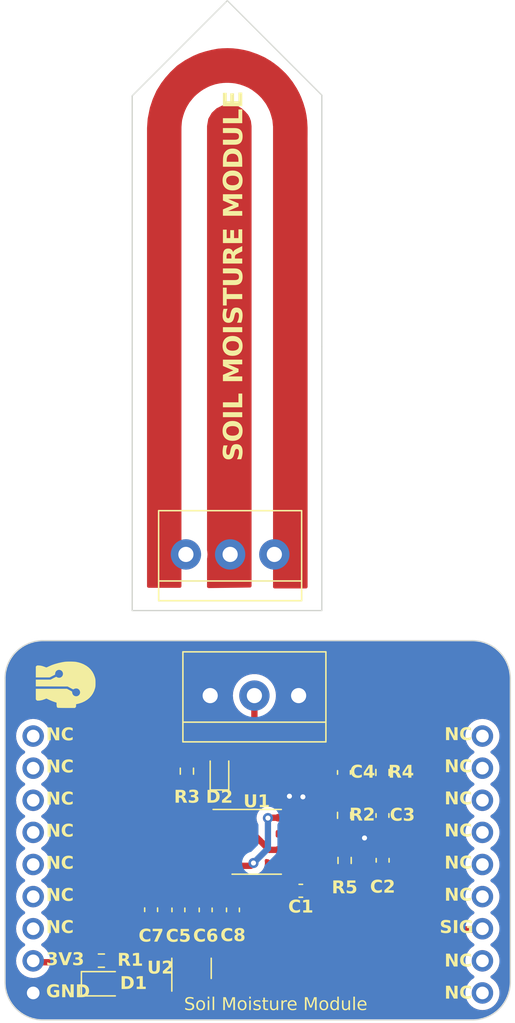
<source format=kicad_pcb>
(kicad_pcb (version 20240108) (generator "pcbnew") (generator_version "8.0")
  (layers (0 "F.Cu" signal) (31 "B.Cu" signal) (34 "B.Paste" user) (35 "F.Paste" user) (36 "B.SilkS" user "B.Silkscreen") (37 "F.SilkS" user "F.Silkscreen") (38 "B.Mask" user) (39 "F.Mask" user) (44 "Edge.Cuts" user))
  (net 0 "")
  (net 1 "Net-(U1-CV)")
  (net 2 "Net-(U1-THR)")
  (net 3 "VCC")
  (net 4 "SIG")
  (net 5 "+3V3")
  (net 6 "SENSOR+")
  (net 7 "Net-(D1-A)")
  (net 8 "Net-(U1-DIS)")
  (net 9 "Net-(U1-Q)")
  (net 25 "SENSOR-")
  (footprint "Resistor_SMD:R_0603_1608Metric" (layer "F.Cu") (at 100.8888 103.4796 -90)
    (property "Reference" "R4" (at 0 -1.4732 180) (layer "F.SilkS") (effects (font (thickness 0.15) (bold yes))))
    (property "Value" "1m" (hide yes))
    (fp_line (start -0.237258 0.5225) (end 0.237258 0.5225) (stroke (width 0.12)) (layer "F.SilkS"))
    (fp_line (start -0.237258 -0.5225) (end 0.237258 -0.5225) (stroke (width 0.12)) (layer "F.SilkS"))
    (pad "1" smd roundrect (at -0.825 0 270) (size 0.8 0.95) (layers "F.Cu" "F.Paste" "F.Mask") (net 25 "SENSOR-"))
    (pad "2" smd roundrect (at 0.825 0 270) (size 0.8 0.95) (layers "F.Cu" "F.Paste" "F.Mask") (net 4 "SIG"))
  )
  (footprint "Resistor_SMD:R_0603_1608Metric" (layer "F.Cu") (at 78.6384 118.364)
    (property "Reference" "R1" (at 2.286 -0.008874 180) (layer "F.SilkS") (effects (font (thickness 0.15) (bold yes))))
    (property "Value" "R" (hide yes))
    (fp_line (start -0.237258 -0.5225) (end 0.237258 -0.5225) (stroke (width 0.12)) (layer "F.SilkS"))
    (fp_line (start -0.237258 0.5225) (end 0.237258 0.5225) (stroke (width 0.12)) (layer "F.SilkS"))
    (pad "1" smd roundrect (at -0.825 0) (size 0.8 0.95) (layers "F.Cu" "F.Paste" "F.Mask") (net 5 "+3V3"))
    (pad "2" smd roundrect (at 0.825 0) (size 0.8 0.95) (layers "F.Cu" "F.Paste" "F.Mask") (net 7 "Net-(D1-A)"))
  )
  (footprint "Capacitor_SMD:C_0603_1608Metric" (layer "F.Cu") (at 89.0524 114.3508 90)
    (property "Reference" "C8" (at -2.053157 0.004162 180) (layer "F.SilkS") (effects (font (thickness 0.15) (bold yes))))
    (property "Value" "4.7uF" (hide yes))
    (fp_line (start -0.14058 -0.51) (end 0.14058 -0.51) (stroke (width 0.12)) (layer "F.SilkS"))
    (fp_line (start -0.14058 0.51) (end 0.14058 0.51) (stroke (width 0.12)) (layer "F.SilkS"))
    (pad "1" smd roundrect (at -0.775 0 90) (size 0.9 0.95) (layers "F.Cu" "F.Paste" "F.Mask") (net 3 "VCC"))
    (pad "2" smd roundrect (at 0.775 0 90) (size 0.9 0.95) (layers "F.Cu" "F.Paste" "F.Mask") (net 25 "SENSOR-"))
  )
  (footprint "TerminalBlock_4Ucon:TerminalBlock_4Ucon_1x03_P3.50mm_Horizontal" (layer "F.Cu") (at 87.25 97.4)
    (property "Reference" "J2" (hide yes))
    (property "Value" "Screw_Terminal_01x03" (hide yes))
    (fp_line (start -2.16 -3.46) (end -2.16 3.66) (stroke (width 0.12)) (layer "F.SilkS"))
    (fp_line (start -2.16 -3.46) (end 9.16 -3.46) (stroke (width 0.12)) (layer "F.SilkS"))
    (fp_line (start -2.16 2.1) (end 9.16 2.1) (stroke (width 0.12)) (layer "F.SilkS"))
    (fp_line (start -2.16 3.66) (end 9.16 3.66) (stroke (width 0.12)) (layer "F.SilkS"))
    (fp_line (start 9.16 -3.46) (end 9.16 3.66) (stroke (width 0.12)) (layer "F.SilkS"))
    (pad "1" thru_hole circle (at 0 0) (size 2.4 2.4) (drill 1.2) (layers "*.Cu" "*.Mask") (net 25 "SENSOR-"))
    (pad "2" thru_hole circle (at 3.5 0) (size 2.4 2.4) (drill 1.2) (layers "*.Cu" "*.Mask") (net 6 "SENSOR+"))
    (pad "3" thru_hole circle (at 7 0) (size 2.4 2.4) (drill 1.2) (layers "*.Cu" "*.Mask") (net 25 "SENSOR-"))
  )
  (footprint "Capacitor_SMD:C_0603_1608Metric" (layer "F.Cu") (at 86.8934 114.3508 90)
    (property "Reference" "C6" (at -2.09493 0.00262 180) (layer "F.SilkS") (effects (font (thickness 0.15) (bold yes))))
    (property "Value" "0.1uF" (hide yes))
    (fp_line (start -0.14058 -0.51) (end 0.14058 -0.51) (stroke (width 0.12)) (layer "F.SilkS"))
    (fp_line (start -0.14058 0.51) (end 0.14058 0.51) (stroke (width 0.12)) (layer "F.SilkS"))
    (pad "1" smd roundrect (at -0.775 0 90) (size 0.9 0.95) (layers "F.Cu" "F.Paste" "F.Mask") (net 3 "VCC"))
    (pad "2" smd roundrect (at 0.775 0 90) (size 0.9 0.95) (layers "F.Cu" "F.Paste" "F.Mask") (net 25 "SENSOR-"))
  )
  (footprint "Diode_SMD:D_0805_2012Metric" (layer "F.Cu") (at 78.74 120.1928)
    (property "Reference" "D1" (at 2.4384 0 180) (layer "F.SilkS") (effects (font (thickness 0.16) (bold yes))))
    (property "Value" "LED" (hide yes))
    (fp_line (start -1.685 -0.96) (end -1.685 0.96) (stroke (width 0.12)) (layer "F.SilkS"))
    (fp_line (start -1.685 0.96) (end 1 0.96) (stroke (width 0.12)) (layer "F.SilkS"))
    (fp_line (start 1 -0.96) (end -1.685 -0.96) (stroke (width 0.12)) (layer "F.SilkS"))
    (pad "1" smd roundrect (at -0.9375 0) (size 0.975 1.4) (layers "F.Cu" "F.Paste" "F.Mask") (net 25 "SENSOR-"))
    (pad "2" smd roundrect (at 0.9375 0) (size 0.975 1.4) (layers "F.Cu" "F.Paste" "F.Mask") (net 7 "Net-(D1-A)"))
  )
  (footprint "Capacitor_SMD:C_0603_1608Metric" (layer "F.Cu") (at 97.8408 103.4796 -90)
    (property "Reference" "C4" (at 0 -1.4732 180) (layer "F.SilkS") (effects (font (thickness 0.15) (bold yes))))
    (property "Value" "1uF" (hide yes))
    (fp_line (start -0.14058 0.51) (end 0.14058 0.51) (stroke (width 0.12)) (layer "F.SilkS"))
    (fp_line (start -0.14058 -0.51) (end 0.14058 -0.51) (stroke (width 0.12)) (layer "F.SilkS"))
    (pad "1" smd roundrect (at -0.775 0 270) (size 0.9 0.95) (layers "F.Cu" "F.Paste" "F.Mask") (net 25 "SENSOR-"))
    (pad "2" smd roundrect (at 0.775 0 270) (size 0.9 0.95) (layers "F.Cu" "F.Paste" "F.Mask") (net 4 "SIG"))
  )
  (footprint "Moduler_:pin_header" (layer "F.Cu") (at 90.766 111.268)
    (property "Reference" "U3" (hide yes))
    (property "Value" "~" (hide yes))
    (fp_poly (pts (xy -14.485582 -16.559009) (xy -14.360573 -16.554745) (xy -14.248636 -16.54798) (xy -14.157002 -16.538775) (xy -14.117924 -16.532703) (xy -13.929469 -16.491549) (xy -13.759531 -16.440533) (xy -13.595569 -16.375574) (xy -13.505604 -16.333511) (xy -13.302009 -16.218091) (xy -13.123321 -16.083397) (xy -12.969118 -15.928915) (xy -12.838978 -15.754131) (xy -12.73248 -15.558531) (xy -12.6492 -15.3416) (xy -12.625721 -15.261504) (xy -12.612959 -15.20932) (xy -12.603846 -15.156964) (xy -12.597806 -15.097579) (xy -12.594264 -15.024306) (xy -12.592645 -14.930288) (xy -12.59236 -14.863654) (xy -12.592671 -14.758539) (xy -12.594379 -14.67766) (xy -12.598173 -14.613669) (xy -12.604739 -14.559219) (xy -12.614766 -14.506962) (xy -12.628942 -14.449549) (xy -12.632287 -14.43698) (xy -12.705714 -14.221543) (xy -12.805363 -14.022972) (xy -12.930147 -13.842253) (xy -13.078978 -13.68037) (xy -13.250768 -13.538308) (xy -13.444431 -13.417053) (xy -13.658878 -13.317589) (xy -13.893022 -13.240901) (xy -13.975535 -13.220506) (xy -14.129547 -13.185381) (xy -14.129547 -13.083439) (xy -14.131087 -13.025365) (xy -14.138019 -12.987709) (xy -14.153807 -12.959356) (xy -14.17572 -12.935324) (xy -14.221893 -12.889151) (xy -14.898388 -12.889632) (xy -15.093554 -12.890179) (xy -15.257188 -12.891522) (xy -15.389336 -12.893662) (xy -15.490047 -12.896601) (xy -15.559371 -12.900339) (xy -15.597354 -12.904877) (xy -15.604006 -12.907041) (xy -15.639705 -12.944721) (xy -15.663541 -13.009816) (xy -15.675744 -13.103144) (xy -15.677582 -13.169023) (xy -15.677607 -13.307746) (xy -15.877323 -13.375342) (xy -15.973613 -13.410249) (xy -16.083694 -13.453796) (xy -16.193274 -13.500154) (xy -16.27912 -13.539209) (xy -16.481202 -13.63548) (xy -16.625058 -13.577237) (xy -16.814264 -13.51298) (xy -16.995657 -13.477073) (xy -17.112214 -13.468483) (xy -17.172568 -13.467793) (xy -17.210949 -13.471228) (xy -17.236949 -13.481681) (xy -17.260163 -13.502045) (xy -17.274123 -13.517292) (xy -17.320343 -13.568879) (xy -17.320343 -13.987224) (xy -17.320343 -14.405569) (xy -16.086926 -14.405569) (xy -14.85351 -14.405569) (xy -14.643801 -14.294889) (xy -14.56284 -14.251731) (xy -14.506066 -14.219928) (xy -14.469493 -14.196546) (xy -14.449134 -14.178651) (xy -14.441003 -14.163308) (xy -14.441111 -14.147581) (xy -14.441413 -14.14592) (xy -14.43976 -14.092795) (xy -14.421236 -14.027967) (xy -14.3904 -13.962942) (xy -14.35181 -13.909228) (xy -14.344762 -13.902005) (xy -14.296227 -13.865834) (xy -14.236644 -13.835404) (xy -14.214799 -13.827587) (xy -14.121045 -13.813694) (xy -14.033382 -13.827179) (xy -13.955509 -13.863953) (xy -13.891126 -13.919926) (xy -13.843932 -13.991011) (xy -13.817627 -14.073118) (xy -13.815911 -14.162158) (xy -13.838074 -14.243952) (xy -13.888707 -14.328311) (xy -13.95777 -14.389514) (xy -14.040589 -14.425955) (xy -14.132494 -14.436027) (xy -14.228811 -14.418125) (xy -14.281052 -14.396241) (xy -14.36193 -14.355321) (xy -14.581404 -14.471272) (xy -14.800878 -14.587224) (xy -16.06061 -14.591538) (xy -17.320343 -14.595853) (xy -17.320343 -14.86402) (xy -17.320343 -15.132186) (xy -16.736108 -15.132186) (xy -16.151873 -15.132186) (xy -15.92364 -15.25081) (xy -15.825628 -15.300328) (xy -15.752835 -15.333929) (xy -15.705794 -15.351385) (xy -15.685044 -15.352471) (xy -15.684533 -15.351839) (xy -15.664369 -15.334981) (xy -15.626413 -15.313259) (xy -15.608475 -15.304645) (xy -15.517344 -15.278515) (xy -15.42868 -15.280387) (xy -15.34665 -15.306716) (xy -15.27542 -15.353956) (xy -15.219157 -15.418565) (xy -15.182028 -15.496995) (xy -15.1682 -15.585704) (xy -15.178799 -15.670169) (xy -15.216089 -15.756834) (xy -15.2752 -15.826154) (xy -15.350432 -15.875231) (xy -15.436087 -15.901168) (xy -15.526465 -15.901066) (xy -15.594919 -15.881743) (xy -15.679764 -15.831605) (xy -15.7402 -15.761879) (xy -15.776844 -15.671686) (xy -15.787538 -15.6087) (xy -15.796027 -15.524455) (xy -16.008245 -15.415199) (xy -16.220463 -15.305942) (xy -16.770403 -15.305942) (xy -17.320343 -15.305942) (xy -17.320343 -15.73365) (xy -17.320343 -16.161358) (xy -17.27417 -16.207531) (xy -17.247441 -16.231634) (xy -17.221044 -16.24546) (xy -17.185152 -16.251797) (xy -17.129936 -16.253429) (xy -17.112261 -16.253429) (xy -16.965134 -16.242789) (xy -16.813828 -16.210492) (xy -16.650907 -16.15493) (xy -16.643254 -16.151886) (xy -16.580147 -16.127507) (xy -16.526736 -16.108472) (xy -16.490695 -16.097439) (xy -16.481152 -16.095743) (xy -16.459332 -16.102404) (xy -16.415439 -16.120594) (xy -16.35561 -16.147624) (xy -16.285983 -16.180807) (xy -16.277762 -16.184828) (xy -16.053998 -16.282606) (xy -15.80365 -16.369931) (xy -15.530295 -16.445763) (xy -15.237504 -16.509065) (xy -15.053614 -16.540657) (xy -14.971712 -16.549822) (xy -14.866727 -16.556178) (xy -14.74589 -16.559787) (xy -14.616431 -16.56071)) (fill solid) (layer "F.SilkS"))
    (fp_line (start -19.7562 -15.2144) (end -19.7562 8.7856) (stroke (width 0.1)) (layer "Edge.Cuts"))
    (fp_line (start -16.7562 11.7856) (end 17.2438 11.7856) (stroke (width 0.1)) (layer "Edge.Cuts"))
    (fp_line (start 17.2438 -18.2144) (end -16.7562 -18.2144) (stroke (width 0.1)) (layer "Edge.Cuts"))
    (fp_line (start 20.2438 8.7856) (end 20.2438 -15.2144) (stroke (width 0.1)) (layer "Edge.Cuts"))
    (fp_arc (start -19.7562 -15.2144) (mid -18.87752 -17.33572) (end -16.7562 -18.2144) (stroke (width 0.1)) (layer "Edge.Cuts"))
    (fp_arc (start -16.7562 11.7856) (mid -18.87752 10.90692) (end -19.7562 8.7856) (stroke (width 0.1)) (layer "Edge.Cuts"))
    (fp_arc (start 17.2438 -18.2144) (mid 19.36512 -17.33572) (end 20.2438 -15.2144) (stroke (width 0.1)) (layer "Edge.Cuts"))
    (fp_arc (start 20.2438 8.7856) (mid 19.36512 10.90692) (end 17.2438 11.7856) (stroke (width 0.1)) (layer "Edge.Cuts"))
    (fp_text user "NC" (at 15.025 -7.636 0) (layer "F.SilkS") (effects (font (thickness 0.2) (bold yes)) (justify left bottom)))
    (fp_text user "3V3" (at -16.51 7.62 0) (layer "F.SilkS") (effects (font (thickness 0.2) (bold yes)) (justify left bottom)))
    (fp_text user "NC" (at 15.025 -0.016 0) (layer "F.SilkS") (effects (font (thickness 0.2) (bold yes)) (justify left bottom)))
    (fp_text user "NC" (at 15.025 10.271 0) (layer "F.SilkS") (effects (font (thickness 0.2) (bold yes)) (justify left bottom)))
    (fp_text user "SIG" (at 14.644 5.08 0) (layer "F.SilkS") (effects (font (thickness 0.2) (bold yes)) (justify left bottom)))
    (fp_text user "NC" (at 15.025 -2.556 0) (layer "F.SilkS") (effects (font (thickness 0.2) (bold yes)) (justify left bottom)))
    (fp_text user "NC" (at -16.51 2.54 0) (layer "F.SilkS") (effects (font (thickness 0.2) (bold yes)) (justify left bottom)))
    (fp_text user "NC" (at 15.025 7.731 0) (layer "F.SilkS") (effects (font (thickness 0.2) (bold yes)) (justify left bottom)))
    (fp_text user "NC" (at -16.51 -7.62 0) (layer "F.SilkS") (effects (font (thickness 0.2) (bold yes)) (justify left bottom)))
    (fp_text user "NC" (at -16.51 -5.08 0) (layer "F.SilkS") (effects (font (thickness 0.2) (bold yes)) (justify left bottom)))
    (fp_text user "NC" (at -16.51 0 0) (layer "F.SilkS") (effects (font (thickness 0.2) (bold yes)) (justify left bottom)))
    (fp_text user "NC" (at 15.025 -5.096 0) (layer "F.SilkS") (effects (font (thickness 0.2) (bold yes)) (justify left bottom)))
    (fp_text user "Soil Moisture Module" (at -5.588 11.176 0) (layer "F.SilkS") (effects (font (thickness 0.1)) (justify left bottom)))
    (fp_text user "NC" (at -16.51 -2.54 0) (layer "F.SilkS") (effects (font (thickness 0.2) (bold yes)) (justify left bottom)))
    (fp_text user "NC" (at 15.025 -10.176 0) (layer "F.SilkS") (effects (font (thickness 0.2) (bold yes)) (justify left bottom)))
    (fp_text user "NC" (at 15.025 2.524 0) (layer "F.SilkS") (effects (font (thickness 0.2) (bold yes)) (justify left bottom)))
    (fp_text user "GND" (at -16.51 10.16 0) (layer "F.SilkS") (effects (font (thickness 0.2) (bold yes)) (justify left bottom)))
    (fp_text user "NC" (at -16.51 -10.16 0) (layer "F.SilkS") (effects (font (thickness 0.2) (bold yes)) (justify left bottom)))
    (fp_text user "NC" (at -16.51 5.08 0) (layer "F.SilkS") (effects (font (thickness 0.2) (bold yes)) (justify left bottom)))
    (pad "1" thru_hole oval (at -17.526 -10.668) (size 1.7 1.7) (drill 1) (layers "*.Cu" "*.Mask"))
    (pad "2" thru_hole oval (at -17.526 -8.128) (size 1.7 1.7) (drill 1) (layers "*.Cu" "*.Mask"))
    (pad "3" thru_hole oval (at -17.526 -5.588) (size 1.7 1.7) (drill 1) (layers "*.Cu" "*.Mask"))
    (pad "4" thru_hole oval (at -17.526 -3.048) (size 1.7 1.7) (drill 1) (layers "*.Cu" "*.Mask"))
    (pad "5" thru_hole oval (at -17.526 -0.508) (size 1.7 1.7) (drill 1) (layers "*.Cu" "*.Mask"))
    (pad "6" thru_hole oval (at -17.526 2.032) (size 1.7 1.7) (drill 1) (layers "*.Cu" "*.Mask"))
    (pad "7" thru_hole oval (at -17.526 4.572) (size 1.7 1.7) (drill 1) (layers "*.Cu" "*.Mask"))
    (pad "8" thru_hole oval (at -17.526 7.112) (size 1.7 1.7) (drill 1) (layers "*.Cu" "*.Mask") (net 5 "+3V3"))
    (pad "9" thru_hole oval (at -17.526 9.652) (size 1.7 1.7) (drill 1) (layers "*.Cu" "*.Mask") (net 25 "SENSOR-"))
    (pad "10" thru_hole oval (at 18.034 9.652) (size 1.7 1.7) (drill 1) (layers "*.Cu" "*.Mask"))
    (pad "11" thru_hole oval (at 18.034 7.112) (size 1.7 1.7) (drill 1) (layers "*.Cu" "*.Mask"))
    (pad "12" thru_hole oval (at 18.034 4.572) (size 1.7 1.7) (drill 1) (layers "*.Cu" "*.Mask") (net 4 "SIG"))
    (pad "13" thru_hole oval (at 18.034 2.032) (size 1.7 1.7) (drill 1) (layers "*.Cu" "*.Mask"))
    (pad "14" thru_hole oval (at 18.034 -0.508) (size 1.7 1.7) (drill 1) (layers "*.Cu" "*.Mask"))
    (pad "15" thru_hole oval (at 18.034 -3.048) (size 1.7 1.7) (drill 1) (layers "*.Cu" "*.Mask"))
    (pad "16" thru_hole oval (at 18.034 -5.588) (size 1.7 1.7) (drill 1) (layers "*.Cu" "*.Mask"))
    (pad "17" thru_hole oval (at 18.034 -8.128) (size 1.7 1.7) (drill 1) (layers "*.Cu" "*.Mask"))
    (pad "18" thru_hole oval (at 18.034 -10.668) (size 1.7 1.7) (drill 1) (layers "*.Cu" "*.Mask"))
  )
  (footprint "Capacitor_SMD:C_0603_1608Metric" (layer "F.Cu") (at 82.5754 114.3378 90)
    (property "Reference" "C7" (at -2.10793 0.00262 180) (layer "F.SilkS") (effects (font (thickness 0.15) (bold yes))))
    (property "Value" "4.7uF" (hide yes))
    (fp_line (start -0.14058 -0.51) (end 0.14058 -0.51) (stroke (width 0.12)) (layer "F.SilkS"))
    (fp_line (start -0.14058 0.51) (end 0.14058 0.51) (stroke (width 0.12)) (layer "F.SilkS"))
    (pad "1" smd roundrect (at -0.775 0 90) (size 0.9 0.95) (layers "F.Cu" "F.Paste" "F.Mask") (net 5 "+3V3"))
    (pad "2" smd roundrect (at 0.775 0 90) (size 0.9 0.95) (layers "F.Cu" "F.Paste" "F.Mask") (net 25 "SENSOR-"))
  )
  (footprint "Capacitor_SMD:C_0603_1608Metric" (layer "F.Cu") (at 94.4245 112.8395 180)
    (property "Reference" "C1" (at 0 -1.3081 0) (layer "F.SilkS") (effects (font (thickness 0.15) (bold yes))))
    (property "Value" "0.1uF" (hide yes))
    (fp_line (start -0.14058 0.51) (end 0.14058 0.51) (stroke (width 0.12)) (layer "F.SilkS"))
    (fp_line (start -0.14058 -0.51) (end 0.14058 -0.51) (stroke (width 0.12)) (layer "F.SilkS"))
    (pad "1" smd roundrect (at -0.775 0 180) (size 0.9 0.95) (layers "F.Cu" "F.Paste" "F.Mask") (net 1 "Net-(U1-CV)"))
    (pad "2" smd roundrect (at 0.775 0 180) (size 0.9 0.95) (layers "F.Cu" "F.Paste" "F.Mask") (net 25 "SENSOR-"))
  )
  (footprint "Resistor_SMD:R_0603_1608Metric" (layer "F.Cu") (at 97.8916 110.4392 -90)
    (property "Reference" "R5" (at 2.1844 0 180) (layer "F.SilkS") (effects (font (thickness 0.15) (bold yes))))
    (property "Value" "1.6k" (hide yes))
    (fp_line (start -0.237258 0.5225) (end 0.237258 0.5225) (stroke (width 0.12)) (layer "F.SilkS"))
    (fp_line (start -0.237258 -0.5225) (end 0.237258 -0.5225) (stroke (width 0.12)) (layer "F.SilkS"))
    (pad "1" smd roundrect (at -0.825 0 270) (size 0.8 0.95) (layers "F.Cu" "F.Paste" "F.Mask") (net 8 "Net-(U1-DIS)"))
    (pad "2" smd roundrect (at 0.825 0 270) (size 0.8 0.95) (layers "F.Cu" "F.Paste" "F.Mask") (net 2 "Net-(U1-THR)"))
  )
  (footprint "Capacitor_SMD:C_0603_1608Metric" (layer "F.Cu") (at 100.9015 110.4265 90)
    (property "Reference" "C2" (at -2.1463 0.001836 180) (layer "F.SilkS") (effects (font (thickness 0.15) (bold yes))))
    (property "Value" "470pF" (hide yes))
    (fp_line (start -0.14058 -0.51) (end 0.14058 -0.51) (stroke (width 0.12)) (layer "F.SilkS"))
    (fp_line (start -0.14058 0.51) (end 0.14058 0.51) (stroke (width 0.12)) (layer "F.SilkS"))
    (pad "1" smd roundrect (at -0.775 0 90) (size 0.9 0.95) (layers "F.Cu" "F.Paste" "F.Mask") (net 2 "Net-(U1-THR)"))
    (pad "2" smd roundrect (at 0.775 0 90) (size 0.9 0.95) (layers "F.Cu" "F.Paste" "F.Mask") (net 25 "SENSOR-"))
  )
  (footprint "Resistor_SMD:R_0603_1608Metric" (layer "F.Cu") (at 85.4075 103.378 -90)
    (property "Reference" "R3" (at 2.078577 -0.001958 180) (layer "F.SilkS") (effects (font (thickness 0.15) (bold yes))))
    (property "Value" "10k" (hide yes))
    (fp_line (start -0.237258 0.5225) (end 0.237258 0.5225) (stroke (width 0.12)) (layer "F.SilkS"))
    (fp_line (start -0.237258 -0.5225) (end 0.237258 -0.5225) (stroke (width 0.12)) (layer "F.SilkS"))
    (pad "1" smd roundrect (at -0.825 0 270) (size 0.8 0.95) (layers "F.Cu" "F.Paste" "F.Mask") (net 6 "SENSOR+"))
    (pad "2" smd roundrect (at 0.825 0 270) (size 0.8 0.95) (layers "F.Cu" "F.Paste" "F.Mask") (net 9 "Net-(U1-Q)"))
  )
  (footprint "LED_SMD:LED_0603_1608Metric" (layer "F.Cu") (at 87.9856 103.378 90)
    (property "Reference" "D2" (at -2.0828 -0.005183 180) (layer "F.SilkS") (effects (font (thickness 0.15) (bold yes))))
    (property "Value" "1N4148" (hide yes))
    (fp_line (start 0.8 -0.735) (end -1.485 -0.735) (stroke (width 0.12)) (layer "F.SilkS"))
    (fp_line (start -1.485 -0.735) (end -1.485 0.735) (stroke (width 0.12)) (layer "F.SilkS"))
    (fp_line (start -1.485 0.735) (end 0.8 0.735) (stroke (width 0.12)) (layer "F.SilkS"))
    (pad "1" smd roundrect (at -0.7875 0 90) (size 0.875 0.95) (layers "F.Cu" "F.Paste" "F.Mask") (net 4 "SIG"))
    (pad "2" smd roundrect (at 0.7875 0 90) (size 0.875 0.95) (layers "F.Cu" "F.Paste" "F.Mask") (net 6 "SENSOR+"))
  )
  (footprint "Package_SO:SOIC-8_3.9x4.9mm_P1.27mm" (layer "F.Cu") (at 90.932 108.966)
    (property "Reference" "U1" (at 0 -3.1496 0) (layer "F.SilkS") (effects (font (thickness 0.15) (bold yes))))
    (property "Value" "TLC555xD" (hide yes))
    (fp_line (start 0 -2.56) (end -3.45 -2.56) (stroke (width 0.12)) (layer "F.SilkS"))
    (fp_line (start 0 -2.56) (end 1.95 -2.56) (stroke (width 0.12)) (layer "F.SilkS"))
    (fp_line (start 0 2.56) (end -1.95 2.56) (stroke (width 0.12)) (layer "F.SilkS"))
    (fp_line (start 0 2.56) (end 1.95 2.56) (stroke (width 0.12)) (layer "F.SilkS"))
    (pad "1" smd roundrect (at -2.475 -1.905) (size 1.95 0.6) (layers "F.Cu" "F.Paste" "F.Mask") (net 25 "SENSOR-"))
    (pad "2" smd roundrect (at -2.475 -0.635) (size 1.95 0.6) (layers "F.Cu" "F.Paste" "F.Mask") (net 2 "Net-(U1-THR)"))
    (pad "3" smd roundrect (at -2.475 0.635) (size 1.95 0.6) (layers "F.Cu" "F.Paste" "F.Mask") (net 9 "Net-(U1-Q)"))
    (pad "4" smd roundrect (at -2.475 1.905) (size 1.95 0.6) (layers "F.Cu" "F.Paste" "F.Mask") (net 3 "VCC"))
    (pad "5" smd roundrect (at 2.475 1.905) (size 1.95 0.6) (layers "F.Cu" "F.Paste" "F.Mask") (net 1 "Net-(U1-CV)"))
    (pad "6" smd roundrect (at 2.475 0.635) (size 1.95 0.6) (layers "F.Cu" "F.Paste" "F.Mask") (net 2 "Net-(U1-THR)"))
    (pad "7" smd roundrect (at 2.475 -0.635) (size 1.95 0.6) (layers "F.Cu" "F.Paste" "F.Mask") (net 8 "Net-(U1-DIS)"))
    (pad "8" smd roundrect (at 2.475 -1.905) (size 1.95 0.6) (layers "F.Cu" "F.Paste" "F.Mask") (net 3 "VCC"))
  )
  (footprint "Package_TO_SOT_SMD:SOT-23-3" (layer "F.Cu") (at 85.77318 118.9736 90)
    (property "Reference" "U2" (at 0 -2.46118 180) (layer "F.SilkS") (effects (font (thickness 0.15) (bold yes))))
    (property "Value" "XC6206P302" (hide yes))
    (fp_line (start 0 -1.56) (end 0.8 -1.56) (stroke (width 0.12)) (layer "F.SilkS"))
    (fp_line (start 0 -1.56) (end -1.8 -1.56) (stroke (width 0.12)) (layer "F.SilkS"))
    (fp_line (start 0 1.56) (end 0.8 1.56) (stroke (width 0.12)) (layer "F.SilkS"))
    (fp_line (start 0 1.56) (end -0.8 1.56) (stroke (width 0.12)) (layer "F.SilkS"))
    (pad "1" smd roundrect (at -1.1375 -0.95 90) (size 1.325 0.6) (layers "F.Cu" "F.Paste" "F.Mask") (net 25 "SENSOR-"))
    (pad "2" smd roundrect (at -1.1375 0.95 90) (size 1.325 0.6) (layers "F.Cu" "F.Paste" "F.Mask") (net 3 "VCC"))
    (pad "3" smd roundrect (at 1.1375 0 90) (size 1.325 0.6) (layers "F.Cu" "F.Paste" "F.Mask") (net 5 "+3V3"))
  )
  (footprint "TerminalBlock_4Ucon:TerminalBlock_4Ucon_1x03_P3.50mm_Horizontal" (layer "F.Cu") (at 85.329 86.233)
    (property "Reference" "J3" (hide yes))
    (property "Value" "Screw_Terminal_01x03" (hide yes))
    (fp_line (start -2.16 -3.46) (end -2.16 3.66) (stroke (width 0.12)) (layer "F.SilkS"))
    (fp_line (start -2.16 -3.46) (end 9.16 -3.46) (stroke (width 0.12)) (layer "F.SilkS"))
    (fp_line (start -2.16 2.1) (end 9.16 2.1) (stroke (width 0.12)) (layer "F.SilkS"))
    (fp_line (start -2.16 3.66) (end 9.16 3.66) (stroke (width 0.12)) (layer "F.SilkS"))
    (fp_line (start 9.16 -3.46) (end 9.16 3.66) (stroke (width 0.12)) (layer "F.SilkS"))
    (pad "1" thru_hole circle (at 0 0) (size 2.4 2.4) (drill 1.2) (layers "*.Cu" "*.Mask") (net 25 "SENSOR-"))
    (pad "2" thru_hole circle (at 3.5 0) (size 2.4 2.4) (drill 1.2) (layers "*.Cu" "*.Mask") (net 6 "SENSOR+"))
    (pad "3" thru_hole circle (at 7 0) (size 2.4 2.4) (drill 1.2) (layers "*.Cu" "*.Mask") (net 25 "SENSOR-"))
  )
  (footprint "Resistor_SMD:R_0603_1608Metric" (layer "F.Cu") (at 97.8535 106.8705 -90)
    (property "Reference" "R2" (at 0 -1.43 180) (layer "F.SilkS") (effects (font (thickness 0.15) (bold yes))))
    (property "Value" "330r" (hide yes))
    (fp_line (start -0.237258 0.5225) (end 0.237258 0.5225) (stroke (width 0.12)) (layer "F.SilkS"))
    (fp_line (start -0.237258 -0.5225) (end 0.237258 -0.5225) (stroke (width 0.12)) (layer "F.SilkS"))
    (pad "1" smd roundrect (at -0.825 0 270) (size 0.8 0.95) (layers "F.Cu" "F.Paste" "F.Mask") (net 3 "VCC"))
    (pad "2" smd roundrect (at 0.825 0 270) (size 0.8 0.95) (layers "F.Cu" "F.Paste" "F.Mask") (net 8 "Net-(U1-DIS)"))
  )
  (footprint "Capacitor_SMD:C_0603_1608Metric" (layer "F.Cu") (at 100.8888 106.8832 90)
    (property "Reference" "C3" (at 0 1.5748 0) (layer "F.SilkS") (effects (font (thickness 0.15) (bold yes))))
    (property "Value" "0.1uF" (hide yes))
    (fp_line (start -0.14058 -0.51) (end 0.14058 -0.51) (stroke (width 0.12)) (layer "F.SilkS"))
    (fp_line (start -0.14058 0.51) (end 0.14058 0.51) (stroke (width 0.12)) (layer "F.SilkS"))
    (pad "1" smd roundrect (at -0.775 0 90) (size 0.9 0.95) (layers "F.Cu" "F.Paste" "F.Mask") (net 25 "SENSOR-"))
    (pad "2" smd roundrect (at 0.775 0 90) (size 0.9 0.95) (layers "F.Cu" "F.Paste" "F.Mask") (net 3 "VCC"))
  )
  (footprint "Capacitor_SMD:C_0603_1608Metric" (layer "F.Cu") (at 84.7344 114.3508 90)
    (property "Reference" "C5" (at -2.107175 0.000795 180) (layer "F.SilkS") (effects (font (thickness 0.15) (bold yes))))
    (property "Value" "0.1uF" (hide yes))
    (fp_line (start -0.14058 -0.51) (end 0.14058 -0.51) (stroke (width 0.12)) (layer "F.SilkS"))
    (fp_line (start -0.14058 0.51) (end 0.14058 0.51) (stroke (width 0.12)) (layer "F.SilkS"))
    (pad "1" smd roundrect (at -0.775 0 90) (size 0.9 0.95) (layers "F.Cu" "F.Paste" "F.Mask") (net 5 "+3V3"))
    (pad "2" smd roundrect (at 0.775 0 90) (size 0.9 0.95) (layers "F.Cu" "F.Paste" "F.Mask") (net 25 "SENSOR-"))
  )
  (gr_line (start 96.088078 90.675) (end 96.088078 69.799078) (stroke (width 0.1)) (layer "Edge.Cuts"))
  (gr_line (start 81.07536 49.961556) (end 88.607058 42.429858) (stroke (width 0.1)) (layer "Edge.Cuts"))
  (gr_line (start 81.0768 69.9516) (end 81.0768 49.9618) (stroke (width 0.1)) (layer "Edge.Cuts"))
  (gr_line (start 96.088078 69.799078) (end 96.088078 49.910878) (stroke (width 0.1)) (layer "Edge.Cuts"))
  (gr_line (start 81.074878 90.675) (end 96.088078 90.675) (stroke (width 0.1)) (layer "Edge.Cuts"))
  (gr_line (start 81.0768 90.678) (end 81.0768 69.9516) (stroke (width 0.1)) (layer "Edge.Cuts"))
  (gr_line (start 96.088078 49.910878) (end 88.607058 42.429858) (stroke (width 0.1)) (layer "Edge.Cuts"))
  (gr_text "SOIL MOISTURE MODULE" (at 90.043 78.867 90) (layer "F.SilkS") (effects (font (size 1.5 1.5) (thickness 0.3) (bold yes)) (justify left bottom)))
  (segment (start 93.407 110.871) (end 94.615 110.871) (width 0.5) (layer "F.Cu") (net 1))
  (segment (start 94.615 110.871) (end 95.1865 111.4425) (width 0.5) (layer "F.Cu") (net 1))
  (segment (start 95.1865 111.4425) (end 95.1865 112.8265) (width 0.5) (layer "F.Cu") (net 1))
  (segment (start 88.4824 108.3564) (end 88.457 108.331) (width 0.5) (layer "F.Cu") (net 2))
  (segment (start 93.407 109.601) (end 91.9226 109.601) (width 0.5) (layer "F.Cu") (net 2))
  (segment (start 93.407 109.601) (end 95.2246 109.601) (width 0.5) (layer "F.Cu") (net 2))
  (segment (start 96.8251 111.2015) (end 100.9015 111.2015) (width 0.5) (layer "F.Cu") (net 2))
  (segment (start 95.2246 109.601) (end 96.8251 111.2015) (width 0.5) (layer "F.Cu") (net 2))
  (segment (start 90.678 108.3564) (end 88.4824 108.3564) (width 0.5) (layer "F.Cu") (net 2))
  (segment (start 91.9226 109.601) (end 90.678 108.3564) (width 0.5) (layer "F.Cu") (net 2))
  (segment (start 88.457 111.698) (end 88.457 110.871) (width 0.5) (layer "F.Cu") (net 3))
  (segment (start 88.2665 111.8885) (end 88.457 111.698) (width 0.5) (layer "F.Cu") (net 3))
  (segment (start 88.464187 110.863813) (end 88.457 110.871) (width 0.5) (layer "F.Cu") (net 3))
  (segment (start 96.0755 106.1085) (end 97.7905 106.1085) (width 0.5) (layer "F.Cu") (net 3))
  (segment (start 87.988976 112.166024) (end 88.2665 111.8885) (width 0.5) (layer "F.Cu") (net 3))
  (segment (start 97.9162 106.1082) (end 97.8535 106.0455) (width 0.5) (layer "F.Cu") (net 3))
  (segment (start 86.72318 115.29602) (end 86.8934 115.1258) (width 0.5) (layer "F.Cu") (net 3))
  (segment (start 90.678 110.6424) (end 90.456587 110.863813) (width 0.5) (layer "F.Cu") (net 3))
  (segment (start 86.72318 119.93357) (end 86.72318 115.29602) (width 0.5) (layer "F.Cu") (net 3))
  (segment (start 100.8888 106.1082) (end 97.9162 106.1082) (width 0.5) (layer "F.Cu") (net 3))
  (segment (start 91.8464 107.061) (end 91.821 107.0864) (width 0.5) (layer "F.Cu") (net 3))
  (segment (start 87.966196 112.188804) (end 88.2665 111.8885) (width 0.5) (layer "F.Cu") (net 3))
  (segment (start 90.456587 110.863813) (end 88.464187 110.863813) (width 0.5) (layer "F.Cu") (net 3))
  (segment (start 97.7905 106.1085) (end 97.8535 106.0455) (width 0.5) (layer "F.Cu") (net 3))
  (segment (start 95.123 107.061) (end 96.0755 106.1085) (width 0.5) (layer "F.Cu") (net 3))
  (segment (start 87.966196 115.103776) (end 87.966196 112.188804) (width 0.5) (layer "F.Cu") (net 3))
  (segment (start 93.407 107.061) (end 95.123 107.061) (width 0.5) (layer "F.Cu") (net 3))
  (segment (start 86.8934 115.1258) (end 89.0524 115.1258) (width 0.5) (layer "F.Cu") (net 3))
  (segment (start 93.407 107.061) (end 91.8464 107.061) (width 0.5) (layer "F.Cu") (net 3))
  (via (at 91.821 107.0864) (size 0.8) (drill 0.4) (layers "F.Cu" "B.Cu") (net 3))
  (via (at 90.678 110.6424) (size 0.8) (drill 0.4) (layers "F.Cu" "B.Cu") (net 3))
  (segment (start 91.821 107.0864) (end 91.821 109.4994) (width 0.5) (layer "B.Cu") (net 3))
  (segment (start 91.821 109.4994) (end 90.678 110.6424) (width 0.5) (layer "B.Cu") (net 3))
  (segment (start 108.75 115.89) (end 108.8 115.84) (width 0.5) (layer "F.Cu") (net 4))
  (segment (start 97.8408 104.2546) (end 97.7517 104.1655) (width 0.5) (layer "F.Cu") (net 4))
  (segment (start 103.1748 105.2576) (end 103.1748 114.2238) (width 0.5) (layer "F.Cu") (net 4))
  (segment (start 100.901 104.2924) (end 102.2096 104.2924) (width 0.5) (layer "F.Cu") (net 4))
  (segment (start 103.1748 114.2238) (end 103.3653 114.4143) (width 0.5) (layer "F.Cu") (net 4))
  (segment (start 97.8408 104.2546) (end 100.8388 104.2546) (width 0.5) (layer "F.Cu") (net 4))
  (segment (start 97.7517 104.1655) (end 88.0975 104.1655) (width 0.5) (layer "F.Cu") (net 4))
  (segment (start 104.841 115.89) (end 108.75 115.89) (width 0.5) (layer "F.Cu") (net 4))
  (segment (start 100.8388 104.2546) (end 100.8888 104.3046) (width 0.5) (layer "F.Cu") (net 4))
  (segment (start 103.3653 114.4143) (end 104.841 115.89) (width 0.5) (layer "F.Cu") (net 4))
  (segment (start 102.2096 104.2924) (end 103.1748 105.2576) (width 0.5) (layer "F.Cu") (net 4))
  (segment (start 100.8888 104.3046) (end 100.901 104.2924) (width 0.5) (layer "F.Cu") (net 4))
  (segment (start 84.75691 115.1128) (end 85.77318 116.12907) (width 0.5) (layer "F.Cu") (net 5))
  (segment (start 77.915 117.12925) (end 79.93145 115.1128) (width 0.5) (layer "F.Cu") (net 5))
  (segment (start 77.8896 118.491) (end 77.915 118.4656) (width 0.5) (layer "F.Cu") (net 5))
  (segment (start 85.77318 116.12907) (end 85.77318 117.8361) (width 0.5) (layer "F.Cu") (net 5))
  (segment (start 79.93145 115.1128) (end 84.75691 115.1128) (width 0.5) (layer "F.Cu") (net 5))
  (segment (start 73.279 118.491) (end 77.8896 118.491) (width 0.5) (layer "F.Cu") (net 5))
  (segment (start 77.915 118.4656) (end 77.915 117.12925) (width 0.5) (layer "F.Cu") (net 5))
  (segment (start 90.75 97.4) (end 90.75 101.5) (width 0.5) (layer "F.Cu") (net 6))
  (segment (start 90.75 101.5) (end 89.761 102.489) (width 0.5) (layer "F.Cu") (net 6))
  (segment (start 85.4715 102.489) (end 85.4075 102.553) (width 0.5) (layer "F.Cu") (net 6))
  (segment (start 89.761 102.489) (end 85.4715 102.489) (width 0.5) (layer "F.Cu") (net 6))
  (segment (start 79.565 120.2315) (end 79.5275 120.269) (width 0.5) (layer "F.Cu") (net 7))
  (segment (start 79.565 118.4656) (end 79.565 120.2315) (width 0.5) (layer "F.Cu") (net 7))
  (segment (start 95.377 108.331) (end 95.5929 108.1151) (width 0.5) (layer "F.Cu") (net 8))
  (segment (start 97.7895 107.7595) (end 97.8535 107.6955) (width 0.5) (layer "F.Cu") (net 8))
  (segment (start 93.407 108.331) (end 95.377 108.331) (width 0.5) (layer "F.Cu") (net 8))
  (segment (start 97.8535 109.6015) (end 97.8535 107.6955) (width 0.5) (layer "F.Cu") (net 8))
  (segment (start 95.5929 108.1151) (end 95.9485 107.7595) (width 0.5) (layer "F.Cu") (net 8))
  (segment (start 95.9485 107.7595) (end 97.7895 107.7595) (width 0.5) (layer "F.Cu") (net 8))
  (segment (start 86.5251 109.3851) (end 86.741 109.601) (width 0.5) (layer "F.Cu") (net 9))
  (segment (start 85.4075 108.2675) (end 86.5251 109.3851) (width 0.5) (layer "F.Cu") (net 9))
  (segment (start 85.4075 104.203) (end 85.4075 108.2675) (width 0.5) (layer "F.Cu") (net 9))
  (segment (start 86.741 109.601) (end 88.457 109.601) (width 0.5) (layer "F.Cu") (net 9))
  (segment (start 92.329 86.233) (end 93.908 86.233) (width 0.2) (layer "F.Cu") (net 25))
  (segment (start 85.329 86.233) (end 83.617 86.233) (width 0.2) (layer "F.Cu") (net 25))
  (segment (start 93.908 86.233) (end 93.975 86.3) (width 0.2) (layer "F.Cu") (net 25))
  (segment (start 83.617 86.233) (end 83.425 86.425) (width 0.2) (layer "F.Cu") (net 25))
  (via (at 93.5228 105.3592) (size 0.8) (drill 0.4) (layers "F.Cu" "B.Cu") (net 25))
  (via (at 94.5896 105.41) (size 0.8) (drill 0.4) (layers "F.Cu" "B.Cu") (net 25))
  (via (at 99.4664 108.6612) (size 0.8) (drill 0.4) (layers "F.Cu" "B.Cu") (net 25))
  (zone (net 6) (net_name "SENSOR+") (layer "F.Cu") (priority 1) (connect_pads yes (clearance 0.5)) (min_thickness 0.25) (fill yes (thermal_gap 0.5) (thermal_bridge_width 0.5))
    (polygon (pts (xy 87 88.9) (xy 87 52.35) (xy 87.1 51.775) (xy 87.375 51.3) (xy 87.75 50.95) (xy 88.2 50.725) (xy 88.675 50.625) (xy 89.15 50.675) (xy 89.425 50.75) (xy 89.75 50.95) (xy 90.025 51.2) (xy 90.25 51.45) (xy 90.375 51.675) (xy 90.475 51.95) (xy 90.525 52.35) (xy 90.525 88.85)))
  )
  (zone (net 25) (net_name "SENSOR-") (layer "F.Cu") (priority 2) (connect_pads yes (clearance 0.5)) (min_thickness 0.25) (fill yes (thermal_gap 0.5) (thermal_bridge_width 0.5))
    (polygon (pts (xy 82.25 88.875) (xy 82.25 52.5) (xy 82.3 51.775) (xy 82.475 50.9) (xy 82.7 50.225) (xy 83 49.55) (xy 83.375 48.95) (xy 83.7 48.525) (xy 84.1 48.075) (xy 84.625 47.575) (xy 85.25 47.15) (xy 85.9 46.8) (xy 86.375 46.6) (xy 86.85 46.45) (xy 87.35 46.325) (xy 87.875 46.225) (xy 88.225 46.2) (xy 88.63963 46.18625) (xy 89.032703 46.201617) (xy 89.435481 46.243674) (xy 89.911239 46.325145) (xy 90.356883 46.43514) (xy 91.001762 46.662059) (xy 91.560637 46.912784) (xy 92.036457 47.194918) (xy 92.328867 47.398869) (xy 92.656511 47.652986) (xy 92.927342 47.894037) (xy 93.246498 48.203722) (xy 93.443982 48.430879) (xy 93.779406 48.859404) (xy 94.108087 49.375217) (xy 94.301461 49.735285) (xy 94.454261 50.068622) (xy 94.622863 50.51521) (xy 94.776907 51.023153) (xy 94.871982 51.491756) (xy 94.930734 51.951835) (xy 94.959705 52.465905) (xy 94.960514 52.955215) (xy 94.957351 53.330879) (xy 94.958232 53.788769) (xy 94.959363 54.062546) (xy 94.960047 54.477104) (xy 94.960047 88.914953) (xy 94.95 88.925) (xy 92.225 88.925) (xy 92.225 52.4) (xy 92.175 51.9) (xy 92.075 51.525) (xy 91.965097 51.185296) (xy 91.864807 50.973393) (xy 91.700753 50.667485) (xy 91.617717 50.535922) (xy 91.506462 50.390723) (xy 91.335006 50.163978) (xy 91.139279 49.962589) (xy 90.982931 49.816901) (xy 90.576918 49.504707) (xy 90.263916 49.321112) (xy 89.950914 49.184426) (xy 89.609768 49.067358) (xy 89.255426 48.983464) (xy 89.000567 48.950753) (xy 88.710168 48.932386) (xy 88.485621 48.932668) (xy 88.269943 48.943692) (xy 87.977747 48.980589) (xy 87.659055 49.047449) (xy 87.435563 49.120651) (xy 87.241681 49.188103) (xy 87.038905 49.282496) (xy 86.697615 49.468285) (xy 86.430107 49.652083) (xy 86.189931 49.849481) (xy 86.00309 50.019556) (xy 85.868021 50.173226) (xy 85.616694 50.483305) (xy 85.463873 50.728183) (xy 85.355983 50.923672) (xy 85.259021 51.137888) (xy 85.180443 51.34328) (xy 85.1 51.6) (xy 85.025 51.9) (xy 85 52.125) (xy 84.977685 52.417553) (xy 84.975 52.875) (xy 84.975 88.875)))
  )
  (zone (net 25) (net_name "SENSOR-") (layers "F&B.Cu") (connect_pads yes (clearance 0.5)) (min_thickness 0.25) (fill yes (thermal_gap 0.5) (thermal_bridge_width 0.5))
    (polygon (pts (xy 111.379 92.964) (xy 111.379 123.317) (xy 70.612 123.317) (xy 70.612 92.964)))
  )
)
</source>
